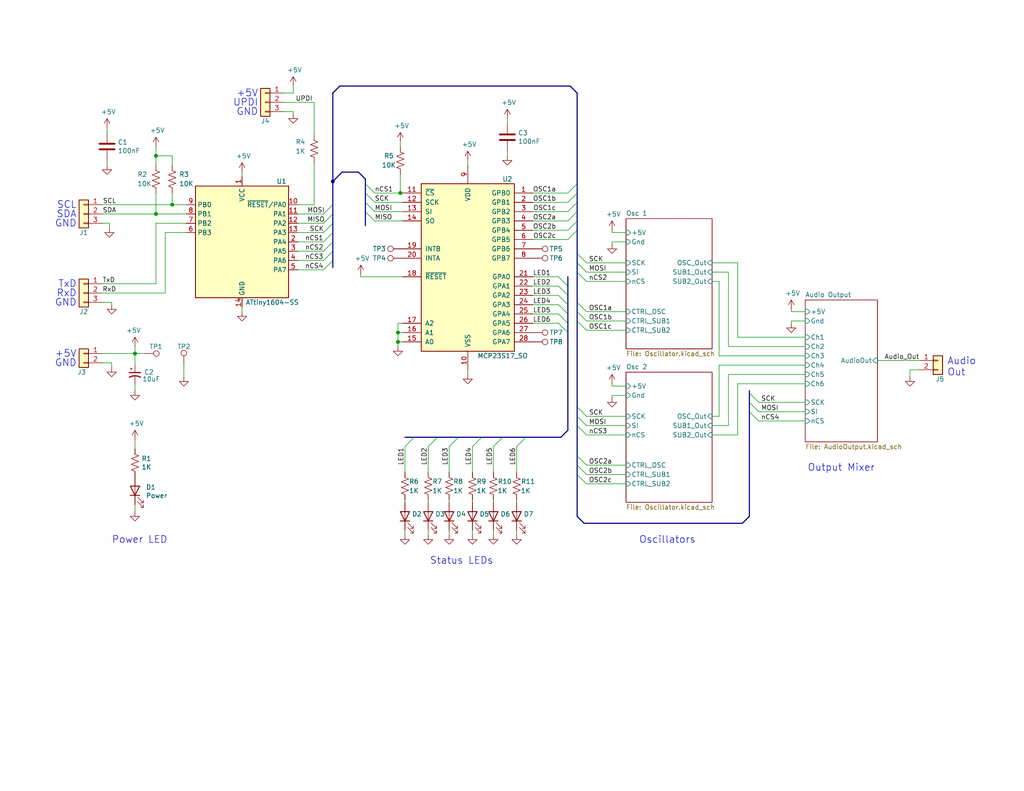
<source format=kicad_sch>
(kicad_sch (version 20231120) (generator "eeschema") (generator_version "8.0")
  (paper "USLetter")
  (title_block (title "555 Noise Box") (date "2024-05-29") (rev "1") (company "Gadget Reboot") (comment 1 "https://www.youtube.com/gadgetreboot") (comment 2 "https://github.com/GadgetReboot/555_Noise_Box"))
  (lib_symbols
    (symbol "Connector:TestPoint" (pin_numbers hide) (pin_names (offset 0.762) hide)
      (property "Reference" "TP" (at 0 6.858 0))
      (property "Value" "TestPoint" (at 0 5.08 0))
      (symbol "TestPoint_0_1"
        (circle (center 0 3.302) (radius 0.762))
      )
      (symbol "TestPoint_1_1"
        (pin passive line (at 0 0 90) (length 2.54) (name "1") (number "1"))
      )
    )
    (symbol "Connector_Generic:Conn_01x02" (pin_names (offset 1.016) hide)
      (property "Reference" "J" (at 0 2.54 0))
      (property "Value" "Conn_01x02" (at 0 -5.08 0))
      (symbol "Conn_01x02_1_1"
        (rectangle (start -1.27 -2.413) (end 0 -2.667) (stroke (width 0.1524)))
        (rectangle (start -1.27 0.127) (end 0 -0.127) (stroke (width 0.1524)))
        (rectangle (start -1.27 1.27) (end 1.27 -3.81) (stroke (width 0.254)) (fill (type background)))
        (pin passive line (at -5.08 0 0) (length 3.81) (name "Pin_1") (number "1"))
        (pin passive line (at -5.08 -2.54 0) (length 3.81) (name "Pin_2") (number "2"))
      )
    )
    (symbol "Connector_Generic:Conn_01x03" (pin_names (offset 1.016) hide)
      (property "Reference" "J" (at 0 5.08 0))
      (property "Value" "Conn_01x03" (at 0 -5.08 0))
      (symbol "Conn_01x03_1_1"
        (rectangle (start -1.27 -2.413) (end 0 -2.667) (stroke (width 0.1524)))
        (rectangle (start -1.27 0.127) (end 0 -0.127) (stroke (width 0.1524)))
        (rectangle (start -1.27 2.667) (end 0 2.413) (stroke (width 0.1524)))
        (rectangle (start -1.27 3.81) (end 1.27 -3.81) (stroke (width 0.254)) (fill (type background)))
        (pin passive line (at -5.08 2.54 0) (length 3.81) (name "Pin_1") (number "1"))
        (pin passive line (at -5.08 0 0) (length 3.81) (name "Pin_2") (number "2"))
        (pin passive line (at -5.08 -2.54 0) (length 3.81) (name "Pin_3") (number "3"))
      )
    )
    (symbol "Device:C" (pin_numbers hide) (pin_names (offset 0.254))
      (property "Reference" "C" (at 0.635 2.54 0))
      (property "Value" "C" (at 0.635 -2.54 0))
      (symbol "C_0_1"
        (polyline (pts (xy -2.032 -0.762) (xy 2.032 -0.762)) (stroke (width 0.508)))
        (polyline (pts (xy -2.032 0.762) (xy 2.032 0.762)) (stroke (width 0.508)))
      )
      (symbol "C_1_1"
        (pin passive line (at 0 3.81 270) (length 2.794) (name "~") (number "1"))
        (pin passive line (at 0 -3.81 90) (length 2.794) (name "~") (number "2"))
      )
    )
    (symbol "Device:LED" (pin_numbers hide) (pin_names (offset 1.016) hide)
      (property "Reference" "D" (at 0 2.54 0))
      (property "Value" "LED" (at 0 -2.54 0))
      (symbol "LED_0_1"
        (polyline (pts (xy -1.27 -1.27) (xy -1.27 1.27)) (stroke (width 0.254)))
        (polyline (pts (xy -1.27 0) (xy 1.27 0)))
        (polyline (pts (xy 1.27 -1.27) (xy 1.27 1.27) (xy -1.27 0) (xy 1.27 -1.27)) (stroke (width 0.254)))
        (polyline (pts (xy -3.048 -0.762) (xy -4.572 -2.286) (xy -3.81 -2.286) (xy -4.572 -2.286) (xy -4.572 -1.524)))
        (polyline (pts (xy -1.778 -0.762) (xy -3.302 -2.286) (xy -2.54 -2.286) (xy -3.302 -2.286) (xy -3.302 -1.524)))
      )
      (symbol "LED_1_1"
        (pin passive line (at -3.81 0 0) (length 2.54) (name "K") (number "1"))
        (pin passive line (at 3.81 0 180) (length 2.54) (name "A") (number "2"))
      )
    )
    (symbol "Device:R_US" (pin_numbers hide) (pin_names (offset 0))
      (property "Reference" "R" (at 2.54 0 90))
      (property "Value" "R_US" (at -2.54 0 90))
      (symbol "R_US_0_1"
        (polyline (pts (xy 0 -2.286) (xy 0 -2.54)))
        (polyline (pts (xy 0 2.286) (xy 0 2.54)))
        (polyline (pts (xy 0 -0.762) (xy 1.016 -1.143) (xy 0 -1.524) (xy -1.016 -1.905) (xy 0 -2.286)))
        (polyline (pts (xy 0 0.762) (xy 1.016 0.381) (xy 0 0) (xy -1.016 -0.381) (xy 0 -0.762)))
        (polyline (pts (xy 0 2.286) (xy 1.016 1.905) (xy 0 1.524) (xy -1.016 1.143) (xy 0 0.762)))
      )
      (symbol "R_US_1_1"
        (pin passive line (at 0 3.81 270) (length 1.27) (name "~") (number "1"))
        (pin passive line (at 0 -3.81 90) (length 1.27) (name "~") (number "2"))
      )
    )
    (symbol "GR_555_Noise_Box-rescue:+5V-power" (power) (pin_names (offset 0))
      (property "Value" "power_+5V" (at 0 3.556 0))
      (symbol "+5V-power_0_1"
        (polyline (pts (xy -0.762 1.27) (xy 0 2.54)))
        (polyline (pts (xy 0 0) (xy 0 2.54)))
        (polyline (pts (xy 0 2.54) (xy 0.762 1.27)))
      )
      (symbol "+5V-power_1_1"
        (pin power_in line (at 0 0 90) (length 0) hide (name "+5V") (number "1"))
      )
    )
    (symbol "GR_555_Noise_Box-rescue:ATtiny804-SS-MCU_Microchip_ATtiny"
      (property "Reference" "U" (at -12.7 16.51 0))
      (property "Value" "MCU_Microchip_ATtiny_ATtiny804-SS" (at 2.54 -16.51 0))
      (symbol "ATtiny804-SS-MCU_Microchip_ATtiny_0_1"
        (rectangle (start -12.7 -15.24) (end 12.7 15.24) (stroke (width 0.254)) (fill (type background)))
      )
      (symbol "ATtiny804-SS-MCU_Microchip_ATtiny_1_1"
        (pin power_in line (at 0 17.78 270) (length 2.54) (name "VCC") (number "1"))
        (pin tri_state line (at 15.24 10.16 180) (length 2.54) (name "~{RESET}/PA0") (number "10"))
        (pin tri_state line (at 15.24 7.62 180) (length 2.54) (name "PA1") (number "11"))
        (pin tri_state line (at 15.24 5.08 180) (length 2.54) (name "PA2") (number "12"))
        (pin tri_state line (at 15.24 2.54 180) (length 2.54) (name "PA3") (number "13"))
        (pin power_in line (at 0 -17.78 90) (length 2.54) (name "GND") (number "14"))
        (pin tri_state line (at 15.24 0 180) (length 2.54) (name "PA4") (number "2"))
        (pin tri_state line (at 15.24 -2.54 180) (length 2.54) (name "PA5") (number "3"))
        (pin tri_state line (at 15.24 -5.08 180) (length 2.54) (name "PA6") (number "4"))
        (pin tri_state line (at 15.24 -7.62 180) (length 2.54) (name "PA7") (number "5"))
        (pin tri_state line (at -15.24 2.54 0) (length 2.54) (name "PB3") (number "6"))
        (pin tri_state line (at -15.24 5.08 0) (length 2.54) (name "PB2") (number "7"))
        (pin tri_state line (at -15.24 7.62 0) (length 2.54) (name "PB1") (number "8"))
        (pin tri_state line (at -15.24 10.16 0) (length 2.54) (name "PB0") (number "9"))
      )
    )
    (symbol "GR_555_Noise_Box-rescue:CP1_Small-Device" (pin_numbers hide) (pin_names (offset 0.254) hide)
      (property "Reference" "C" (at 0.254 1.778 0))
      (property "Value" "Device_CP1_Small" (at 0.254 -2.032 0))
      (symbol "CP1_Small-Device_0_1"
        (polyline (pts (xy -1.524 0.508) (xy 1.524 0.508)) (stroke (width 0.3048)))
        (polyline (pts (xy -1.27 1.524) (xy -0.762 1.524)))
        (polyline (pts (xy -1.016 1.27) (xy -1.016 1.778)))
        (arc (start 1.524 -0.762) (mid 0 -0.3734) (end -1.524 -0.762) (stroke (width 0.3048)))
      )
      (symbol "CP1_Small-Device_1_1"
        (pin passive line (at 0 2.54 270) (length 2.032) (name "~") (number "1"))
        (pin passive line (at 0 -2.54 90) (length 2.032) (name "~") (number "2"))
      )
    )
    (symbol "GR_555_Noise_Box-rescue:GND-power" (power) (pin_names (offset 0))
      (property "Value" "power_GND" (at 0 -3.81 0))
      (symbol "GND-power_0_1"
        (polyline (pts (xy 0 0) (xy 0 -1.27) (xy 1.27 -1.27) (xy 0 -2.54) (xy -1.27 -1.27) (xy 0 -1.27)))
      )
      (symbol "GND-power_1_1"
        (pin power_in line (at 0 0 270) (length 0) hide (name "GND") (number "1"))
      )
    )
    (symbol "Interface_Expansion:MCP23S17_SO" (pin_names (offset 1.016))
      (property "Reference" "U" (at -11.43 24.13 0))
      (property "Value" "MCP23S17_SO" (at 0 0 0))
      (symbol "MCP23S17_SO_0_1"
        (rectangle (start -12.7 22.86) (end 12.7 -22.86) (stroke (width 0.254)) (fill (type background)))
      )
      (symbol "MCP23S17_SO_1_1"
        (pin bidirectional line (at 17.78 20.32 180) (length 5.08) (name "GPB0") (number "1"))
        (pin power_in line (at 0 -27.94 90) (length 5.08) (name "VSS") (number "10"))
        (pin input line (at -17.78 20.32 0) (length 5.08) (name "~{CS}") (number "11"))
        (pin input line (at -17.78 17.78 0) (length 5.08) (name "SCK") (number "12"))
        (pin input line (at -17.78 15.24 0) (length 5.08) (name "SI") (number "13"))
        (pin output line (at -17.78 12.7 0) (length 5.08) (name "SO") (number "14"))
        (pin input line (at -17.78 -20.32 0) (length 5.08) (name "A0") (number "15"))
        (pin input line (at -17.78 -17.78 0) (length 5.08) (name "A1") (number "16"))
        (pin input line (at -17.78 -15.24 0) (length 5.08) (name "A2") (number "17"))
        (pin input line (at -17.78 -2.54 0) (length 5.08) (name "~{RESET}") (number "18"))
        (pin tri_state line (at -17.78 5.08 0) (length 5.08) (name "INTB") (number "19"))
        (pin bidirectional line (at 17.78 17.78 180) (length 5.08) (name "GPB1") (number "2"))
        (pin tri_state line (at -17.78 2.54 0) (length 5.08) (name "INTA") (number "20"))
        (pin bidirectional line (at 17.78 -2.54 180) (length 5.08) (name "GPA0") (number "21"))
        (pin bidirectional line (at 17.78 -5.08 180) (length 5.08) (name "GPA1") (number "22"))
        (pin bidirectional line (at 17.78 -7.62 180) (length 5.08) (name "GPA2") (number "23"))
        (pin bidirectional line (at 17.78 -10.16 180) (length 5.08) (name "GPA3") (number "24"))
        (pin bidirectional line (at 17.78 -12.7 180) (length 5.08) (name "GPA4") (number "25"))
        (pin bidirectional line (at 17.78 -15.24 180) (length 5.08) (name "GPA5") (number "26"))
        (pin bidirectional line (at 17.78 -17.78 180) (length 5.08) (name "GPA6") (number "27"))
        (pin bidirectional line (at 17.78 -20.32 180) (length 5.08) (name "GPA7") (number "28"))
        (pin bidirectional line (at 17.78 15.24 180) (length 5.08) (name "GPB2") (number "3"))
        (pin bidirectional line (at 17.78 12.7 180) (length 5.08) (name "GPB3") (number "4"))
        (pin bidirectional line (at 17.78 10.16 180) (length 5.08) (name "GPB4") (number "5"))
        (pin bidirectional line (at 17.78 7.62 180) (length 5.08) (name "GPB5") (number "6"))
        (pin bidirectional line (at 17.78 5.08 180) (length 5.08) (name "GPB6") (number "7"))
        (pin bidirectional line (at 17.78 2.54 180) (length 5.08) (name "GPB7") (number "8"))
        (pin power_in line (at 0 27.94 270) (length 5.08) (name "VDD") (number "9"))
      )
    )
  )
  (junction (at 36.83 96.52))
  (junction (at 42.545 42.545))
  (junction (at 108.585 93.345))
  (junction (at 42.545 58.42))
  (junction (at 109.22 52.705))
  (junction (at 46.99 55.88))
  (junction (at 108.585 90.805))
  (junction (at 90.805 49.53))
  (bus_entry (at 157.48 113.665) (size 2.54 2.54))
  (bus_entry (at 88.265 60.96) (size 2.54 -2.54))
  (bus_entry (at 157.48 71.755) (size 2.54 2.54))
  (bus_entry (at 157.48 62.865) (size -2.54 2.54))
  (bus_entry (at 157.48 129.54) (size 2.54 2.54))
  (bus_entry (at 90.805 66.04) (size -2.54 2.54))
  (bus_entry (at 204.47 109.855) (size 2.54 2.54))
  (bus_entry (at 157.48 85.09) (size 2.54 2.54))
  (bus_entry (at 157.48 116.205) (size 2.54 2.54))
  (bus_entry (at 157.48 127) (size 2.54 2.54))
  (bus_entry (at 157.48 124.46) (size 2.54 2.54))
  (bus_entry (at 134.62 121.92) (size 2.54 -2.54))
  (bus_entry (at 99.695 57.785) (size 2.54 2.54))
  (bus_entry (at 157.48 57.785) (size -2.54 2.54))
  (bus_entry (at 154.94 85.725) (size -2.54 -2.54))
  (bus_entry (at 157.48 87.63) (size 2.54 2.54))
  (bus_entry (at 110.49 121.92) (size 2.54 -2.54))
  (bus_entry (at 154.94 83.185) (size -2.54 -2.54))
  (bus_entry (at 154.94 80.645) (size -2.54 -2.54))
  (bus_entry (at 204.47 107.315) (size 2.54 2.54))
  (bus_entry (at 88.265 63.5) (size 2.54 -2.54))
  (bus_entry (at 90.805 71.12) (size -2.54 2.54))
  (bus_entry (at 99.695 55.245) (size 2.54 2.54))
  (bus_entry (at 128.905 121.92) (size 2.54 -2.54))
  (bus_entry (at 99.695 50.165) (size 2.54 2.54))
  (bus_entry (at 157.48 82.55) (size 2.54 2.54))
  (bus_entry (at 157.48 69.215) (size 2.54 2.54))
  (bus_entry (at 157.48 52.705) (size -2.54 2.54))
  (bus_entry (at 90.805 68.58) (size -2.54 2.54))
  (bus_entry (at 157.48 111.125) (size 2.54 2.54))
  (bus_entry (at 157.48 55.245) (size -2.54 2.54))
  (bus_entry (at 122.555 121.92) (size 2.54 -2.54))
  (bus_entry (at 140.97 121.92) (size 2.54 -2.54))
  (bus_entry (at 116.84 121.92) (size 2.54 -2.54))
  (bus_entry (at 204.47 112.395) (size 2.54 2.54))
  (bus_entry (at 157.48 74.295) (size 2.54 2.54))
  (bus_entry (at 154.94 88.265) (size -2.54 -2.54))
  (bus_entry (at 88.265 58.42) (size 2.54 -2.54))
  (bus_entry (at 154.94 90.805) (size -2.54 -2.54))
  (bus_entry (at 157.48 50.165) (size -2.54 2.54))
  (bus_entry (at 154.94 78.105) (size -2.54 -2.54))
  (bus_entry (at 90.805 63.5) (size -2.54 2.54))
  (bus_entry (at 157.48 60.325) (size -2.54 2.54))
  (bus_entry (at 99.695 52.705) (size 2.54 2.54))
  (wire (pts (xy 145.415 85.725) (xy 152.4 85.725)))
  (bus (pts (xy 157.48 60.325) (xy 157.48 62.865)))
  (wire (pts (xy 160.02 90.17) (xy 170.815 90.17)))
  (bus (pts (xy 125.095 119.38) (xy 131.445 119.38)))
  (wire (pts (xy 27.94 55.88) (xy 46.99 55.88)))
  (bus (pts (xy 92.71 23.495) (xy 155.575 23.495)))
  (wire (pts (xy 167.005 66.04) (xy 167.005 66.675)))
  (wire (pts (xy 219.71 97.155) (xy 196.215 97.155)))
  (wire (pts (xy 109.22 38.735) (xy 109.22 40.005)))
  (bus (pts (xy 157.48 129.54) (xy 157.48 140.97)))
  (bus (pts (xy 90.805 49.53) (xy 93.345 46.99)))
  (wire (pts (xy 50.165 102.87) (xy 50.165 99.695)))
  (wire (pts (xy 108.585 90.805) (xy 108.585 93.345)))
  (bus (pts (xy 204.47 109.855) (xy 204.47 112.395)))
  (wire (pts (xy 160.02 76.835) (xy 170.815 76.835)))
  (bus (pts (xy 113.03 119.38) (xy 119.38 119.38)))
  (wire (pts (xy 145.415 55.245) (xy 154.94 55.245)))
  (bus (pts (xy 159.385 142.875) (xy 157.48 140.97)))
  (bus (pts (xy 90.805 58.42) (xy 90.805 60.96)))
  (wire (pts (xy 46.99 42.545) (xy 46.99 45.085)))
  (bus (pts (xy 157.48 52.705) (xy 157.48 55.245)))
  (wire (pts (xy 201.295 118.745) (xy 201.295 104.775)))
  (wire (pts (xy 116.84 121.92) (xy 116.84 128.905)))
  (wire (pts (xy 45.085 80.01) (xy 45.085 63.5)))
  (wire (pts (xy 196.215 76.835) (xy 194.31 76.835)))
  (bus (pts (xy 157.48 124.46) (xy 157.48 127)))
  (bus (pts (xy 154.94 83.185) (xy 154.94 85.725)))
  (wire (pts (xy 36.83 99.695) (xy 36.83 96.52)))
  (wire (pts (xy 239.395 98.425) (xy 250.825 98.425)))
  (bus (pts (xy 119.38 119.38) (xy 125.095 119.38)))
  (wire (pts (xy 108.585 93.345) (xy 108.585 94.615)))
  (wire (pts (xy 81.28 58.42) (xy 88.265 58.42)))
  (wire (pts (xy 160.02 113.665) (xy 170.815 113.665)))
  (bus (pts (xy 157.48 82.55) (xy 157.48 85.09)))
  (wire (pts (xy 122.555 136.525) (xy 122.555 137.16)))
  (wire (pts (xy 196.215 97.155) (xy 196.215 76.835)))
  (bus (pts (xy 99.695 48.895) (xy 99.695 50.165)))
  (bus (pts (xy 110.49 119.38) (xy 113.03 119.38)))
  (bus (pts (xy 204.47 106.68) (xy 204.47 107.315)))
  (wire (pts (xy 66.04 85.09) (xy 66.04 83.82)))
  (wire (pts (xy 167.005 107.95) (xy 167.005 108.585)))
  (wire (pts (xy 194.31 71.755) (xy 201.295 71.755)))
  (wire (pts (xy 128.905 136.525) (xy 128.905 137.16)))
  (bus (pts (xy 90.805 49.53) (xy 90.805 55.88)))
  (wire (pts (xy 145.415 78.105) (xy 152.4 78.105)))
  (wire (pts (xy 170.815 66.04) (xy 167.005 66.04)))
  (wire (pts (xy 160.02 87.63) (xy 170.815 87.63)))
  (wire (pts (xy 167.005 63.5) (xy 167.005 62.865)))
  (bus (pts (xy 154.94 88.265) (xy 154.94 90.805)))
  (bus (pts (xy 157.48 57.785) (xy 157.48 60.325)))
  (wire (pts (xy 80.01 23.495) (xy 80.01 25.4)))
  (wire (pts (xy 46.99 42.545) (xy 42.545 42.545)))
  (bus (pts (xy 204.47 140.97) (xy 202.565 142.875)))
  (wire (pts (xy 160.02 127) (xy 170.815 127)))
  (wire (pts (xy 81.28 60.96) (xy 88.265 60.96)))
  (wire (pts (xy 170.815 105.41) (xy 167.005 105.41)))
  (wire (pts (xy 160.02 129.54) (xy 170.815 129.54)))
  (wire (pts (xy 27.94 60.96) (xy 29.845 60.96)))
  (bus (pts (xy 90.805 25.4) (xy 92.71 23.495)))
  (wire (pts (xy 145.415 60.325) (xy 154.94 60.325)))
  (wire (pts (xy 109.855 88.265) (xy 108.585 88.265)))
  (wire (pts (xy 110.49 146.05) (xy 110.49 144.78)))
  (wire (pts (xy 36.83 122.555) (xy 36.83 120.015)))
  (bus (pts (xy 99.695 52.705) (xy 99.695 55.245)))
  (wire (pts (xy 219.71 85.09) (xy 215.9 85.09)))
  (wire (pts (xy 127.635 102.235) (xy 127.635 100.965)))
  (bus (pts (xy 154.94 78.105) (xy 154.94 80.645)))
  (wire (pts (xy 134.62 136.525) (xy 134.62 137.16)))
  (wire (pts (xy 116.84 136.525) (xy 116.84 137.16)))
  (wire (pts (xy 160.02 118.745) (xy 170.815 118.745)))
  (bus (pts (xy 90.805 71.12) (xy 90.805 73.025)))
  (wire (pts (xy 160.02 74.295) (xy 170.815 74.295)))
  (wire (pts (xy 102.235 52.705) (xy 109.22 52.705)))
  (bus (pts (xy 157.48 127) (xy 157.48 129.54)))
  (wire (pts (xy 198.755 116.205) (xy 194.31 116.205)))
  (wire (pts (xy 50.8 58.42) (xy 42.545 58.42)))
  (wire (pts (xy 102.235 60.325) (xy 109.855 60.325)))
  (wire (pts (xy 102.235 57.785) (xy 109.855 57.785)))
  (bus (pts (xy 90.805 66.04) (xy 90.805 68.58)))
  (bus (pts (xy 90.805 63.5) (xy 90.805 66.04)))
  (wire (pts (xy 81.28 63.5) (xy 88.265 63.5)))
  (wire (pts (xy 128.905 146.05) (xy 128.905 144.78)))
  (wire (pts (xy 50.8 55.88) (xy 46.99 55.88)))
  (wire (pts (xy 81.28 71.12) (xy 88.265 71.12)))
  (bus (pts (xy 204.47 112.395) (xy 204.47 140.97)))
  (bus (pts (xy 93.345 46.99) (xy 97.79 46.99)))
  (wire (pts (xy 196.215 99.695) (xy 219.71 99.695)))
  (wire (pts (xy 29.845 60.96) (xy 29.845 62.23)))
  (wire (pts (xy 194.31 74.295) (xy 198.755 74.295)))
  (wire (pts (xy 109.22 52.705) (xy 109.855 52.705)))
  (wire (pts (xy 80.01 30.48) (xy 80.01 31.115)))
  (wire (pts (xy 145.415 62.865) (xy 154.94 62.865)))
  (bus (pts (xy 90.805 55.88) (xy 90.805 58.42)))
  (bus (pts (xy 154.94 90.805) (xy 154.94 117.475)))
  (wire (pts (xy 207.01 114.935) (xy 219.71 114.935)))
  (wire (pts (xy 27.94 58.42) (xy 42.545 58.42)))
  (wire (pts (xy 66.04 46.99) (xy 66.04 48.26)))
  (wire (pts (xy 219.71 87.63) (xy 215.9 87.63)))
  (bus (pts (xy 153.035 119.38) (xy 154.94 117.475)))
  (wire (pts (xy 42.545 60.96) (xy 42.545 77.47)))
  (wire (pts (xy 110.49 121.92) (xy 110.49 128.905)))
  (wire (pts (xy 77.47 27.94) (xy 85.725 27.94)))
  (wire (pts (xy 46.99 55.88) (xy 46.99 52.705)))
  (wire (pts (xy 140.97 146.05) (xy 140.97 144.78)))
  (wire (pts (xy 80.01 25.4) (xy 77.47 25.4)))
  (wire (pts (xy 85.725 44.45) (xy 85.725 55.88)))
  (bus (pts (xy 157.48 69.215) (xy 157.48 71.755)))
  (wire (pts (xy 116.84 146.05) (xy 116.84 144.78)))
  (bus (pts (xy 157.48 87.63) (xy 157.48 111.125)))
  (wire (pts (xy 194.31 118.745) (xy 201.295 118.745)))
  (bus (pts (xy 157.48 25.4) (xy 157.48 50.165)))
  (wire (pts (xy 170.815 107.95) (xy 167.005 107.95)))
  (wire (pts (xy 36.83 96.52) (xy 36.83 94.615)))
  (wire (pts (xy 201.295 104.775) (xy 219.71 104.775)))
  (wire (pts (xy 109.855 90.805) (xy 108.585 90.805)))
  (wire (pts (xy 134.62 146.05) (xy 134.62 144.78)))
  (wire (pts (xy 36.83 106.68) (xy 36.83 104.775)))
  (wire (pts (xy 198.755 94.615) (xy 219.71 94.615)))
  (bus (pts (xy 157.48 116.205) (xy 157.48 124.46)))
  (bus (pts (xy 143.51 119.38) (xy 153.035 119.38)))
  (bus (pts (xy 154.94 80.645) (xy 154.94 83.185)))
  (wire (pts (xy 140.97 121.92) (xy 140.97 128.905)))
  (wire (pts (xy 109.22 47.625) (xy 109.22 52.705)))
  (wire (pts (xy 85.725 55.88) (xy 81.28 55.88)))
  (wire (pts (xy 122.555 146.05) (xy 122.555 144.78)))
  (bus (pts (xy 90.805 60.96) (xy 90.805 63.5)))
  (wire (pts (xy 138.43 33.655) (xy 138.43 32.385)))
  (bus (pts (xy 99.695 57.785) (xy 99.695 61.595)))
  (wire (pts (xy 102.235 55.245) (xy 109.855 55.245)))
  (wire (pts (xy 198.755 74.295) (xy 198.755 94.615)))
  (wire (pts (xy 250.825 100.965) (xy 248.285 100.965)))
  (wire (pts (xy 109.855 75.565) (xy 98.425 75.565)))
  (bus (pts (xy 157.48 71.755) (xy 157.48 74.295)))
  (bus (pts (xy 99.695 50.165) (xy 99.695 52.705)))
  (wire (pts (xy 81.28 73.66) (xy 88.265 73.66)))
  (wire (pts (xy 138.43 41.275) (xy 138.43 42.545)))
  (wire (pts (xy 196.215 113.665) (xy 196.215 99.695)))
  (wire (pts (xy 109.855 93.345) (xy 108.585 93.345)))
  (wire (pts (xy 194.31 113.665) (xy 196.215 113.665)))
  (bus (pts (xy 157.48 62.865) (xy 157.48 69.215)))
  (wire (pts (xy 201.295 71.755) (xy 201.295 92.075)))
  (wire (pts (xy 145.415 88.265) (xy 152.4 88.265)))
  (bus (pts (xy 90.805 25.4) (xy 90.805 49.53)))
  (wire (pts (xy 207.01 109.855) (xy 219.71 109.855)))
  (wire (pts (xy 81.28 68.58) (xy 88.265 68.58)))
  (wire (pts (xy 140.97 136.525) (xy 140.97 137.16)))
  (wire (pts (xy 29.21 36.195) (xy 29.21 34.925)))
  (wire (pts (xy 170.815 63.5) (xy 167.005 63.5)))
  (bus (pts (xy 154.94 85.725) (xy 154.94 88.265)))
  (bus (pts (xy 202.565 142.875) (xy 159.385 142.875)))
  (bus (pts (xy 154.94 75.565) (xy 154.94 78.105)))
  (wire (pts (xy 27.94 80.01) (xy 45.085 80.01)))
  (wire (pts (xy 128.905 121.92) (xy 128.905 128.905)))
  (wire (pts (xy 198.755 102.235) (xy 198.755 116.205)))
  (bus (pts (xy 157.48 85.09) (xy 157.48 87.63)))
  (wire (pts (xy 30.48 99.06) (xy 30.48 100.33)))
  (wire (pts (xy 42.545 58.42) (xy 42.545 52.705)))
  (wire (pts (xy 30.48 82.55) (xy 30.48 83.185)))
  (wire (pts (xy 145.415 57.785) (xy 154.94 57.785)))
  (wire (pts (xy 248.285 100.965) (xy 248.285 102.87)))
  (wire (pts (xy 145.415 52.705) (xy 154.94 52.705)))
  (wire (pts (xy 160.02 132.08) (xy 170.815 132.08)))
  (bus (pts (xy 204.47 107.315) (xy 204.47 109.855)))
  (bus (pts (xy 157.48 55.245) (xy 157.48 57.785)))
  (bus (pts (xy 157.48 50.165) (xy 157.48 52.705)))
  (wire (pts (xy 219.71 102.235) (xy 198.755 102.235)))
  (wire (pts (xy 160.02 71.755) (xy 170.815 71.755)))
  (wire (pts (xy 145.415 75.565) (xy 152.4 75.565)))
  (wire (pts (xy 145.415 83.185) (xy 152.4 83.185)))
  (wire (pts (xy 207.01 112.395) (xy 219.71 112.395)))
  (wire (pts (xy 98.425 75.565) (xy 98.425 74.93)))
  (wire (pts (xy 160.02 85.09) (xy 170.815 85.09)))
  (wire (pts (xy 81.28 66.04) (xy 88.265 66.04)))
  (wire (pts (xy 127.635 43.815) (xy 127.635 45.085)))
  (wire (pts (xy 110.49 136.525) (xy 110.49 137.16)))
  (bus (pts (xy 157.48 113.665) (xy 157.48 116.205)))
  (bus (pts (xy 157.48 25.4) (xy 155.575 23.495)))
  (bus (pts (xy 157.48 111.125) (xy 157.48 113.665)))
  (wire (pts (xy 85.725 27.94) (xy 85.725 36.83)))
  (wire (pts (xy 36.83 139.7) (xy 36.83 137.795)))
  (wire (pts (xy 122.555 121.92) (xy 122.555 128.905)))
  (bus (pts (xy 137.16 119.38) (xy 143.51 119.38)))
  (wire (pts (xy 45.085 63.5) (xy 50.8 63.5)))
  (wire (pts (xy 77.47 30.48) (xy 80.01 30.48)))
  (wire (pts (xy 27.94 82.55) (xy 30.48 82.55)))
  (wire (pts (xy 215.9 85.09) (xy 215.9 84.455)))
  (wire (pts (xy 134.62 121.92) (xy 134.62 128.905)))
  (wire (pts (xy 27.94 96.52) (xy 36.83 96.52)))
  (wire (pts (xy 201.295 92.075) (xy 219.71 92.075)))
  (bus (pts (xy 157.48 74.295) (xy 157.48 82.55)))
  (wire (pts (xy 108.585 88.265) (xy 108.585 90.805)))
  (bus (pts (xy 97.79 46.99) (xy 99.695 48.895)))
  (wire (pts (xy 39.37 96.52) (xy 36.83 96.52)))
  (wire (pts (xy 27.94 77.47) (xy 42.545 77.47)))
  (wire (pts (xy 167.005 105.41) (xy 167.005 104.775)))
  (wire (pts (xy 145.415 80.645) (xy 152.4 80.645)))
  (bus (pts (xy 90.805 68.58) (xy 90.805 71.12)))
  (bus (pts (xy 99.695 55.245) (xy 99.695 57.785)))
  (wire (pts (xy 42.545 42.545) (xy 42.545 45.085)))
  (wire (pts (xy 160.02 116.205) (xy 170.815 116.205)))
  (wire (pts (xy 50.8 60.96) (xy 42.545 60.96)))
  (bus (pts (xy 131.445 119.38) (xy 137.16 119.38)))
  (wire (pts (xy 29.21 43.815) (xy 29.21 45.085)))
  (wire (pts (xy 215.9 87.63) (xy 215.9 88.265)))
  (wire (pts (xy 42.545 40.005) (xy 42.545 42.545)))
  (wire (pts (xy 27.94 99.06) (xy 30.48 99.06)))
  (wire (pts (xy 145.415 65.405) (xy 154.94 65.405)))
  (text "UPDI" (at 70.485 29.21 0) (effects (font (size 1.905 1.905)) (justify right bottom)))
  (text "GND" (at 70.485 31.75 0) (effects (font (size 1.905 1.905)) (justify right bottom)))
  (text "RxD" (at 20.955 81.28 0) (effects (font (size 1.905 1.905)) (justify right bottom)))
  (text "Output Mixer" (at 238.76 128.905 0) (effects (font (size 1.905 1.905)) (justify right bottom)))
  (text "+5V" (at 70.485 26.67 0) (effects (font (size 1.905 1.905)) (justify right bottom)))
  (text "SDA" (at 20.955 59.69 0) (effects (font (size 1.905 1.905)) (justify right bottom)))
  (text "Oscillators" (at 189.865 148.59 0) (effects (font (size 1.905 1.905)) (justify right bottom)))
  (text "Power LED" (at 30.48 148.59 0) (effects (font (size 1.905 1.905)) (justify left bottom)))
  (text "+5V" (at 20.955 97.79 0) (effects (font (size 1.905 1.905)) (justify right bottom)))
  (text "Status LEDs" (at 134.62 154.305 0) (effects (font (size 1.905 1.905)) (justify right bottom)))
  (text "TxD" (at 20.955 78.74 0) (effects (font (size 1.905 1.905)) (justify right bottom)))
  (text "Audio\nOut" (at 258.445 102.87 0) (effects (font (size 1.905 1.905)) (justify left bottom)))
  (text "SCL" (at 20.955 57.15 0) (effects (font (size 1.905 1.905)) (justify right bottom)))
  (text "GND" (at 20.955 83.82 0) (effects (font (size 1.905 1.905)) (justify right bottom)))
  (text "GND" (at 20.955 62.23 0) (effects (font (size 1.905 1.905)) (justify right bottom)))
  (text "GND" (at 20.955 100.33 0) (effects (font (size 1.905 1.905)) (justify right bottom)))
  (label "OSC2b" (at 151.765 62.865 180))
  (label "OSC1a" (at 160.655 85.09 0))
  (label "RxD" (at 27.94 80.01 0))
  (label "LED4" (at 145.415 83.185 0))
  (label "LED2" (at 145.415 78.105 0))
  (label "OSC1c" (at 160.655 90.17 0))
  (label "LED5" (at 134.62 127 90))
  (label "LED4" (at 128.905 127 90))
  (label "OSC1a" (at 151.765 52.705 180))
  (label "SCK" (at 84.455 63.5 0))
  (label "nCS2" (at 88.265 68.58 180))
  (label "OSC2b" (at 160.655 129.54 0))
  (label "OSC1b" (at 151.765 55.245 180))
  (label "nCS3" (at 160.655 118.745 0))
  (label "SCK" (at 160.655 113.665 0))
  (label "UPDI" (at 80.645 27.94 0))
  (label "OSC2a" (at 151.765 60.325 180))
  (label "SDA" (at 31.75 58.42 180))
  (label "OSC2a" (at 160.655 127 0))
  (label "LED3" (at 122.555 127 90))
  (label "nCS1" (at 88.265 66.04 180))
  (label "MOSI" (at 102.235 57.785 0))
  (label "SCK" (at 160.655 71.755 0))
  (label "nCS1" (at 102.235 52.705 0))
  (label "MOSI" (at 83.82 58.42 0))
  (label "LED6" (at 140.97 127 90))
  (label "SCL" (at 31.75 55.88 180))
  (label "Audio_Out" (at 241.3 98.425 0))
  (label "nCS3" (at 88.265 71.12 180))
  (label "LED5" (at 145.415 85.725 0))
  (label "LED3" (at 145.415 80.645 0))
  (label "OSC2c" (at 160.655 132.08 0))
  (label "MOSI" (at 160.655 74.295 0))
  (label "TxD" (at 27.94 77.47 0))
  (label "OSC1c" (at 151.765 57.785 180))
  (label "LED6" (at 145.415 88.265 0))
  (label "LED1" (at 110.49 127 90))
  (label "LED1" (at 145.415 75.565 0))
  (label "MOSI" (at 207.645 112.395 0))
  (label "nCS4" (at 88.265 73.66 180))
  (label "nCS2" (at 160.655 76.835 0))
  (label "SCK" (at 207.645 109.855 0))
  (label "MOSI" (at 160.655 116.205 0))
  (label "OSC2c" (at 151.765 65.405 180))
  (label "nCS4" (at 207.645 114.935 0))
  (label "SCK" (at 102.235 55.245 0))
  (label "MISO" (at 83.82 60.96 0))
  (label "LED2" (at 116.84 127 90))
  (label "MISO" (at 102.235 60.325 0))
  (label "OSC1b" (at 160.655 87.63 0))
  (symbol (lib_id "Device:R_US") (at 36.83 126.365 0) (unit 1)
    (property "Reference" "R1" (at 38.608 125.1966 0) (effects (justify left)))
    (property "Value" "1K" (at 38.608 127.508 0) (effects (justify left)))
    (property "Footprint" "Resistor_SMD:R_0805_2012Metric_Pad1.15x1.40mm_HandSolder" (effects (hide yes)))
  )
  (symbol (lib_id "Device:LED") (at 36.83 133.985 90) (unit 1)
    (property "Reference" "D1" (at 39.8272 133.0198 90) (effects (justify right)))
    (property "Value" "Power" (at 39.8272 135.3312 90) (effects (justify right)))
    (property "Footprint" "LED_SMD:LED_0805_2012Metric_Pad1.15x1.40mm_HandSolder" (effects (hide yes)))
  )
  (symbol (lib_id "GR_555_Noise_Box-rescue:GND-power") (at 36.83 139.7 0) (unit 1)
    (property "Reference" "#PWR09" (effects (hide yes)))
    (property "Value" "GND" (effects (hide yes)))
  )
  (symbol (lib_id "GR_555_Noise_Box-rescue:+5V-power") (at 36.83 120.015 0) (unit 1)
    (property "Reference" "#PWR08" (effects (hide yes)))
    (property "Value" "+5V" (at 37.211 115.6208 0))
  )
  (symbol (lib_id "GR_555_Noise_Box-rescue:CP1_Small-Device") (at 36.83 102.235 0) (unit 1)
    (property "Reference" "C2" (at 40.64 101.6 0))
    (property "Value" "10uF" (at 41.275 103.505 0))
    (property "Footprint" "Capacitor_SMD:C_Elec_4x5.8" (effects (hide yes)))
  )
  (symbol (lib_id "GR_555_Noise_Box-rescue:GND-power") (at 36.83 106.68 0) (unit 1)
    (property "Reference" "#PWR07" (effects (hide yes)))
    (property "Value" "GND" (effects (hide yes)))
  )
  (symbol (lib_id "Device:R_US") (at 42.545 48.895 0) (unit 1)
    (property "Reference" "R2" (at 37.465 47.625 0) (effects (justify left)))
    (property "Value" "10K" (at 37.465 50.165 0) (effects (justify left)))
    (property "Footprint" "Resistor_SMD:R_0805_2012Metric_Pad1.15x1.40mm_HandSolder" (effects (hide yes)))
  )
  (symbol (lib_id "Device:R_US") (at 46.99 48.895 0) (unit 1)
    (property "Reference" "R3" (at 48.895 47.625 0) (effects (justify left)))
    (property "Value" "10K" (at 48.895 50.165 0) (effects (justify left)))
    (property "Footprint" "Resistor_SMD:R_0805_2012Metric_Pad1.15x1.40mm_HandSolder" (effects (hide yes)))
  )
  (symbol (lib_id "GR_555_Noise_Box-rescue:+5V-power") (at 42.545 40.005 0) (unit 1)
    (property "Reference" "#PWR010" (effects (hide yes)))
    (property "Value" "+5V" (at 42.926 35.6108 0))
  )
  (symbol (lib_id "Device:R_US") (at 110.49 132.715 180) (unit 1)
    (property "Reference" "R6" (at 114.3 131.445 0) (effects (justify left)))
    (property "Value" "1K" (at 114.3 133.985 0) (effects (justify left)))
    (property "Footprint" "Resistor_SMD:R_0805_2012Metric_Pad1.15x1.40mm_HandSolder" (effects (hide yes)))
  )
  (symbol (lib_id "Device:LED") (at 110.49 140.97 90) (unit 1)
    (property "Reference" "D2" (at 112.395 140.335 90) (effects (justify right)))
    (property "Value" "LED" (effects (hide yes)))
    (property "Footprint" "LED_SMD:LED_0805_2012Metric_Pad1.15x1.40mm_HandSolder" (effects (hide yes)))
  )
  (symbol (lib_id "Device:C") (at 138.43 37.465 0) (unit 1)
    (property "Reference" "C3" (at 141.351 36.2966 0) (effects (justify left)))
    (property "Value" "100nF" (at 141.351 38.608 0) (effects (justify left)))
    (property "Footprint" "Capacitor_SMD:C_0805_2012Metric_Pad1.15x1.40mm_HandSolder" (effects (hide yes)))
  )
  (symbol (lib_id "GR_555_Noise_Box-rescue:GND-power") (at 138.43 42.545 0) (unit 1)
    (property "Reference" "#PWR027" (effects (hide yes)))
    (property "Value" "GND" (effects (hide yes)))
  )
  (symbol (lib_id "Device:C") (at 29.21 40.005 0) (unit 1)
    (property "Reference" "C1" (at 32.131 38.8366 0) (effects (justify left)))
    (property "Value" "100nF" (at 32.131 41.148 0) (effects (justify left)))
    (property "Footprint" "Capacitor_SMD:C_0805_2012Metric_Pad1.15x1.40mm_HandSolder" (effects (hide yes)))
  )
  (symbol (lib_id "GR_555_Noise_Box-rescue:GND-power") (at 29.21 45.085 0) (unit 1)
    (property "Reference" "#PWR02" (effects (hide yes)))
    (property "Value" "GND" (effects (hide yes)))
  )
  (symbol (lib_id "GR_555_Noise_Box-rescue:+5V-power") (at 29.21 34.925 0) (unit 1)
    (property "Reference" "#PWR01" (effects (hide yes)))
    (property "Value" "+5V" (at 29.591 30.5308 0))
  )
  (symbol (lib_id "GR_555_Noise_Box-rescue:+5V-power") (at 138.43 32.385 0) (unit 1)
    (property "Reference" "#PWR026" (effects (hide yes)))
    (property "Value" "+5V" (at 138.811 27.9908 0))
  )
  (symbol (lib_id "Interface_Expansion:MCP23S17_SO") (at 127.635 73.025 0) (unit 1)
    (property "Reference" "U2" (at 138.43 48.895 0))
    (property "Value" "MCP23S17_SO" (at 137.16 97.155 0))
    (property "Footprint" "Package_SO:SOIC-28W_7.5x17.9mm_P1.27mm" (effects (hide yes)))
    (property "Datasheet" "http://ww1.microchip.com/downloads/en/DeviceDoc/20001952C.pdf" (effects (hide yes)))
  )
  (symbol (lib_id "GR_555_Noise_Box-rescue:ATtiny804-SS-MCU_Microchip_ATtiny") (at 66.04 66.04 0) (unit 1)
    (property "Reference" "U1" (at 76.835 49.53 0))
    (property "Value" "ATtiny1604-SS" (at 74.295 82.55 0))
    (property "Footprint" "Package_SO:SOIC-14_3.9x8.7mm_P1.27mm" (effects (hide yes)))
    (property "Datasheet" "http://ww1.microchip.com/downloads/en/DeviceDoc/ATtiny804_1604-Data-Sheet-40002028A.pdf" (effects (hide yes)))
  )
  (symbol (lib_id "GR_555_Noise_Box-rescue:GND-power") (at 248.285 102.87 0) (unit 1)
    (property "Reference" "#PWR035" (effects (hide yes)))
    (property "Value" "GND" (effects (hide yes)))
  )
  (symbol (lib_id "Connector_Generic:Conn_01x02") (at 255.905 98.425 0) (unit 1)
    (property "Reference" "J5" (at 255.27 103.505 0) (effects (justify left)))
    (property "Value" "1x2" (effects (hide yes)))
    (property "Footprint" "footprints:PinHeader_1x02_P2.54mm_Vertical_H1.0mm" (effects (hide yes)))
  )
  (symbol (lib_id "GR_555_Noise_Box-rescue:+5V-power") (at 66.04 46.99 0) (unit 1)
    (property "Reference" "#PWR012" (effects (hide yes)))
    (property "Value" "+5V" (at 66.421 42.5958 0))
  )
  (symbol (lib_id "GR_555_Noise_Box-rescue:GND-power") (at 66.04 85.09 0) (unit 1)
    (property "Reference" "#PWR013" (effects (hide yes)))
    (property "Value" "GND" (effects (hide yes)))
  )
  (symbol (lib_id "GR_555_Noise_Box-rescue:GND-power") (at 127.635 102.235 0) (unit 1)
    (property "Reference" "#PWR023" (effects (hide yes)))
    (property "Value" "GND" (effects (hide yes)))
  )
  (symbol (lib_id "GR_555_Noise_Box-rescue:+5V-power") (at 127.635 43.815 0) (unit 1)
    (property "Reference" "#PWR022" (effects (hide yes)))
    (property "Value" "+5V" (at 128.016 39.4208 0))
  )
  (symbol (lib_id "GR_555_Noise_Box-rescue:+5V-power") (at 167.005 62.865 0) (unit 1)
    (property "Reference" "#PWR029" (effects (hide yes)))
    (property "Value" "+5V" (at 167.386 58.4708 0))
  )
  (symbol (lib_id "GR_555_Noise_Box-rescue:GND-power") (at 167.005 66.675 0) (unit 1)
    (property "Reference" "#PWR030" (effects (hide yes)))
    (property "Value" "GND" (effects (hide yes)))
  )
  (symbol (lib_id "GR_555_Noise_Box-rescue:+5V-power") (at 167.005 104.775 0) (unit 1)
    (property "Reference" "#PWR031" (effects (hide yes)))
    (property "Value" "+5V" (at 167.386 100.3808 0))
  )
  (symbol (lib_id "GR_555_Noise_Box-rescue:GND-power") (at 167.005 108.585 0) (unit 1)
    (property "Reference" "#PWR032" (effects (hide yes)))
    (property "Value" "GND" (effects (hide yes)))
  )
  (symbol (lib_id "GR_555_Noise_Box-rescue:+5V-power") (at 215.9 84.455 0) (unit 1)
    (property "Reference" "#PWR033" (effects (hide yes)))
    (property "Value" "+5V" (at 216.281 80.0608 0))
  )
  (symbol (lib_id "GR_555_Noise_Box-rescue:GND-power") (at 215.9 88.265 0) (unit 1)
    (property "Reference" "#PWR034" (effects (hide yes)))
    (property "Value" "GND" (effects (hide yes)))
  )
  (symbol (lib_id "Connector_Generic:Conn_01x03") (at 72.39 27.94 0) (mirror y) (unit 1)
    (property "Reference" "J4" (at 72.39 33.02 0))
    (property "Value" "Conn_01x03" (effects (hide yes)))
    (property "Footprint" "footprints:PinHeader_1x03_P2.54mm_Vertical_H1.0mm" (effects (hide yes)))
  )
  (symbol (lib_id "GR_555_Noise_Box-rescue:+5V-power") (at 80.01 23.495 0) (unit 1)
    (property "Reference" "#PWR014" (effects (hide yes)))
    (property "Value" "+5V" (at 80.391 19.1008 0))
  )
  (symbol (lib_id "GR_555_Noise_Box-rescue:GND-power") (at 80.01 31.115 0) (unit 1)
    (property "Reference" "#PWR015" (effects (hide yes)))
    (property "Value" "GND" (effects (hide yes)))
  )
  (symbol (lib_id "Device:R_US") (at 85.725 40.64 0) (unit 1)
    (property "Reference" "R4" (at 80.645 38.735 0) (effects (justify left)))
    (property "Value" "1K" (at 80.645 41.275 0) (effects (justify left)))
    (property "Footprint" "Resistor_SMD:R_0805_2012Metric_Pad1.15x1.40mm_HandSolder" (effects (hide yes)))
  )
  (symbol (lib_id "Device:R_US") (at 109.22 43.815 0) (unit 1)
    (property "Reference" "R5" (at 104.775 42.545 0) (effects (justify left)))
    (property "Value" "10K" (at 104.14 45.085 0) (effects (justify left)))
    (property "Footprint" "Resistor_SMD:R_0805_2012Metric_Pad1.15x1.40mm_HandSolder" (effects (hide yes)))
  )
  (symbol (lib_id "GR_555_Noise_Box-rescue:+5V-power") (at 109.22 38.735 0) (unit 1)
    (property "Reference" "#PWR018" (effects (hide yes)))
    (property "Value" "+5V" (at 109.601 34.3408 0))
  )
  (symbol (lib_id "Connector:TestPoint") (at 50.165 99.695 0) (mirror y) (unit 1)
    (property "Reference" "TP2" (at 50.165 94.615 0))
    (property "Value" "TestPoint" (effects (hide yes)))
    (property "Footprint" "TestPoint:TestPoint_Loop_D2.54mm_Drill1.5mm_Beaded" (effects (hide yes)))
  )
  (symbol (lib_id "GR_555_Noise_Box-rescue:+5V-power") (at 36.83 94.615 0) (mirror y) (unit 1)
    (property "Reference" "#PWR06" (effects (hide yes)))
    (property "Value" "+5V" (at 36.449 90.2208 0))
  )
  (symbol (lib_id "GR_555_Noise_Box-rescue:GND-power") (at 30.48 100.33 0) (mirror y) (unit 1)
    (property "Reference" "#PWR05" (effects (hide yes)))
    (property "Value" "GND" (effects (hide yes)))
  )
  (symbol (lib_id "Connector:TestPoint") (at 39.37 96.52 270) (mirror x) (unit 1)
    (property "Reference" "TP1" (at 42.545 94.615 90))
    (property "Value" "TestPoint" (effects (hide yes)))
    (property "Footprint" "TestPoint:TestPoint_Loop_D2.54mm_Drill1.5mm_Beaded" (effects (hide yes)))
  )
  (symbol (lib_id "GR_555_Noise_Box-rescue:GND-power") (at 110.49 146.05 0) (unit 1)
    (property "Reference" "#PWR019" (effects (hide yes)))
    (property "Value" "GND" (effects (hide yes)))
  )
  (symbol (lib_id "Device:R_US") (at 116.84 132.715 180) (unit 1)
    (property "Reference" "R7" (at 120.65 131.445 0) (effects (justify left)))
    (property "Value" "1K" (at 120.65 133.985 0) (effects (justify left)))
    (property "Footprint" "Resistor_SMD:R_0805_2012Metric_Pad1.15x1.40mm_HandSolder" (effects (hide yes)))
  )
  (symbol (lib_id "Device:LED") (at 116.84 140.97 90) (unit 1)
    (property "Reference" "D3" (at 118.745 140.335 90) (effects (justify right)))
    (property "Value" "LED" (effects (hide yes)))
    (property "Footprint" "LED_SMD:LED_0805_2012Metric_Pad1.15x1.40mm_HandSolder" (effects (hide yes)))
  )
  (symbol (lib_id "GR_555_Noise_Box-rescue:GND-power") (at 116.84 146.05 0) (unit 1)
    (property "Reference" "#PWR020" (effects (hide yes)))
    (property "Value" "GND" (effects (hide yes)))
  )
  (symbol (lib_id "Device:R_US") (at 122.555 132.715 180) (unit 1)
    (property "Reference" "R8" (at 126.365 131.445 0) (effects (justify left)))
    (property "Value" "1K" (at 126.365 133.985 0) (effects (justify left)))
    (property "Footprint" "Resistor_SMD:R_0805_2012Metric_Pad1.15x1.40mm_HandSolder" (effects (hide yes)))
  )
  (symbol (lib_id "Device:LED") (at 122.555 140.97 90) (unit 1)
    (property "Reference" "D4" (at 124.46 140.335 90) (effects (justify right)))
    (property "Value" "LED" (effects (hide yes)))
    (property "Footprint" "LED_SMD:LED_0805_2012Metric_Pad1.15x1.40mm_HandSolder" (effects (hide yes)))
  )
  (symbol (lib_id "GR_555_Noise_Box-rescue:GND-power") (at 122.555 146.05 0) (unit 1)
    (property "Reference" "#PWR021" (effects (hide yes)))
    (property "Value" "GND" (effects (hide yes)))
  )
  (symbol (lib_id "Device:R_US") (at 128.905 132.715 180) (unit 1)
    (property "Reference" "R9" (at 132.715 131.445 0) (effects (justify left)))
    (property "Value" "1K" (at 132.715 133.985 0) (effects (justify left)))
    (property "Footprint" "Resistor_SMD:R_0805_2012Metric_Pad1.15x1.40mm_HandSolder" (effects (hide yes)))
  )
  (symbol (lib_id "Device:LED") (at 128.905 140.97 90) (unit 1)
    (property "Reference" "D5" (at 130.81 140.335 90) (effects (justify right)))
    (property "Value" "LED" (effects (hide yes)))
    (property "Footprint" "LED_SMD:LED_0805_2012Metric_Pad1.15x1.40mm_HandSolder" (effects (hide yes)))
  )
  (symbol (lib_id "GR_555_Noise_Box-rescue:GND-power") (at 128.905 146.05 0) (unit 1)
    (property "Reference" "#PWR024" (effects (hide yes)))
    (property "Value" "GND" (effects (hide yes)))
  )
  (symbol (lib_id "Device:R_US") (at 134.62 132.715 180) (unit 1)
    (property "Reference" "R10" (at 139.7 131.445 0) (effects (justify left)))
    (property "Value" "1K" (at 138.43 133.985 0) (effects (justify left)))
    (property "Footprint" "Resistor_SMD:R_0805_2012Metric_Pad1.15x1.40mm_HandSolder" (effects (hide yes)))
  )
  (symbol (lib_id "Device:LED") (at 134.62 140.97 90) (unit 1)
    (property "Reference" "D6" (at 136.525 140.335 90) (effects (justify right)))
    (property "Value" "LED" (effects (hide yes)))
    (property "Footprint" "LED_SMD:LED_0805_2012Metric_Pad1.15x1.40mm_HandSolder" (effects (hide yes)))
  )
  (symbol (lib_id "GR_555_Noise_Box-rescue:GND-power") (at 134.62 146.05 0) (unit 1)
    (property "Reference" "#PWR025" (effects (hide yes)))
    (property "Value" "GND" (effects (hide yes)))
  )
  (symbol (lib_id "Device:R_US") (at 140.97 132.715 180) (unit 1)
    (property "Reference" "R11" (at 146.05 131.445 0) (effects (justify left)))
    (property "Value" "1K" (at 144.78 133.985 0) (effects (justify left)))
    (property "Footprint" "Resistor_SMD:R_0805_2012Metric_Pad1.15x1.40mm_HandSolder" (effects (hide yes)))
  )
  (symbol (lib_id "Device:LED") (at 140.97 140.97 90) (unit 1)
    (property "Reference" "D7" (at 142.875 140.335 90) (effects (justify right)))
    (property "Value" "LED" (effects (hide yes)))
    (property "Footprint" "LED_SMD:LED_0805_2012Metric_Pad1.15x1.40mm_HandSolder" (effects (hide yes)))
  )
  (symbol (lib_id "GR_555_Noise_Box-rescue:GND-power") (at 140.97 146.05 0) (unit 1)
    (property "Reference" "#PWR028" (effects (hide yes)))
    (property "Value" "GND" (effects (hide yes)))
  )
  (symbol (lib_id "GR_555_Noise_Box-rescue:GND-power") (at 108.585 94.615 0) (unit 1)
    (property "Reference" "#PWR017" (effects (hide yes)))
    (property "Value" "GND" (effects (hide yes)))
  )
  (symbol (lib_id "Connector:TestPoint") (at 145.415 67.945 270) (unit 1)
    (property "Reference" "TP5" (at 151.765 67.945 90))
    (property "Value" "TestPoint" (effects (hide yes)))
    (property "Footprint" "TestPoint:TestPoint_Pad_D1.0mm" (effects (hide yes)))
  )
  (symbol (lib_id "Connector:TestPoint") (at 145.415 70.485 270) (unit 1)
    (property "Reference" "TP6" (at 151.765 70.485 90))
    (property "Value" "TestPoint" (effects (hide yes)))
    (property "Footprint" "TestPoint:TestPoint_Pad_D1.0mm" (effects (hide yes)))
  )
  (symbol (lib_id "Connector:TestPoint") (at 145.415 90.805 270) (unit 1)
    (property "Reference" "TP7" (at 151.765 90.805 90))
    (property "Value" "TestPoint" (effects (hide yes)))
    (property "Footprint" "TestPoint:TestPoint_Pad_D1.0mm" (effects (hide yes)))
  )
  (symbol (lib_id "Connector:TestPoint") (at 109.855 67.945 90) (unit 1)
    (property "Reference" "TP3" (at 103.505 67.945 90))
    (property "Value" "TestPoint" (effects (hide yes)))
    (property "Footprint" "TestPoint:TestPoint_Pad_D1.0mm" (effects (hide yes)))
  )
  (symbol (lib_id "Connector:TestPoint") (at 109.855 70.485 90) (unit 1)
    (property "Reference" "TP4" (at 103.505 70.485 90))
    (property "Value" "TestPoint" (effects (hide yes)))
    (property "Footprint" "TestPoint:TestPoint_Pad_D1.0mm" (effects (hide yes)))
  )
  (symbol (lib_id "GR_555_Noise_Box-rescue:+5V-power") (at 98.425 74.93 0) (unit 1)
    (property "Reference" "#PWR016" (effects (hide yes)))
    (property "Value" "+5V" (at 98.806 70.5358 0))
  )
  (symbol (lib_id "Connector_Generic:Conn_01x03") (at 22.86 80.01 0) (mirror y) (unit 1)
    (property "Reference" "J2" (at 22.86 85.09 0))
    (property "Value" "Conn_01x03" (effects (hide yes)))
    (property "Footprint" "footprints:PinHeader_1x03_P2.54mm_Vertical_H1.0mm" (effects (hide yes)))
  )
  (symbol (lib_id "GR_555_Noise_Box-rescue:GND-power") (at 30.48 83.185 0) (unit 1)
    (property "Reference" "#PWR04" (effects (hide yes)))
    (property "Value" "GND" (effects (hide yes)))
  )
  (symbol (lib_id "Connector_Generic:Conn_01x02") (at 22.86 96.52 0) (mirror y) (unit 1)
    (property "Reference" "J3" (at 23.495 101.6 0) (effects (justify left)))
    (property "Value" "1x2" (effects (hide yes)))
    (property "Footprint" "footprints:PinHeader_1x02_P2.54mm_Vertical_H1.0mm" (effects (hide yes)))
  )
  (symbol (lib_id "GR_555_Noise_Box-rescue:GND-power") (at 50.165 102.87 0) (mirror y) (unit 1)
    (property "Reference" "#PWR011" (effects (hide yes)))
    (property "Value" "GND" (effects (hide yes)))
  )
  (symbol (lib_id "Connector:TestPoint") (at 145.415 93.345 270) (unit 1)
    (property "Reference" "TP8" (at 151.765 93.345 90))
    (property "Value" "TestPoint" (effects (hide yes)))
    (property "Footprint" "TestPoint:TestPoint_Pad_D1.0mm" (effects (hide yes)))
  )
  (symbol (lib_id "Connector_Generic:Conn_01x03") (at 22.86 58.42 0) (mirror y) (unit 1)
    (property "Reference" "J1" (at 22.86 63.5 0))
    (property "Value" "Conn_01x03" (effects (hide yes)))
    (property "Footprint" "footprints:PinHeader_1x03_P2.54mm_Vertical_H1.0mm" (effects (hide yes)))
  )
  (symbol (lib_id "GR_555_Noise_Box-rescue:GND-power") (at 29.845 62.23 0) (unit 1)
    (property "Reference" "#PWR03" (effects (hide yes)))
    (property "Value" "GND" (effects (hide yes)))
  )
  (sheet (at 170.815 101.6) (size 23.495 35.56)
    (property "Sheetname" "Osc 2" (at 170.815 100.8884 0) (effects (justify left bottom)))
    (property "Sheetfile" "Oscillator.kicad_sch" (at 170.815 137.7446 0) (effects (justify left top)))
    (pin "+5V" input (at 170.815 105.41 180))
    (pin "Gnd" input (at 170.815 107.95 180))
    (pin "SI" input (at 170.815 116.205 180))
    (pin "SCK" input (at 170.815 113.665 180))
    (pin "nCS" input (at 170.815 118.745 180))
    (pin "CTRL_SUB1" input (at 170.815 129.54 180))
    (pin "CTRL_SUB2" input (at 170.815 132.08 180))
    (pin "CTRL_OSC" input (at 170.815 127 180))
    (pin "OSC_Out" input (at 194.31 113.665 0))
    (pin "SUB1_Out" input (at 194.31 116.205 0))
    (pin "SUB2_Out" input (at 194.31 118.745 0))
  )
  (sheet (at 219.71 81.915) (size 19.685 38.735)
    (property "Sheetname" "Audio Output" (at 219.71 81.2034 0) (effects (justify left bottom)))
    (property "Sheetfile" "AudioOutput.kicad_sch" (at 219.71 121.2346 0) (effects (justify left top)))
    (pin "SI" input (at 219.71 112.395 180))
    (pin "SCK" input (at 219.71 109.855 180))
    (pin "nCS" input (at 219.71 114.935 180))
    (pin "Ch6" input (at 219.71 104.775 180))
    (pin "Ch5" input (at 219.71 102.235 180))
    (pin "Ch4" input (at 219.71 99.695 180))
    (pin "Ch3" input (at 219.71 97.155 180))
    (pin "Ch2" input (at 219.71 94.615 180))
    (pin "Ch1" input (at 219.71 92.075 180))
    (pin "+5V" input (at 219.71 85.09 180))
    (pin "Gnd" input (at 219.71 87.63 180))
    (pin "AudioOut" input (at 239.395 98.425 0))
  )
  (sheet (at 170.815 59.69) (size 23.495 35.56)
    (property "Sheetname" "Osc 1" (at 170.815 58.9784 0) (effects (justify left bottom)))
    (property "Sheetfile" "Oscillator.kicad_sch" (at 170.815 95.8346 0) (effects (justify left top)))
    (pin "+5V" input (at 170.815 63.5 180))
    (pin "Gnd" input (at 170.815 66.04 180))
    (pin "SI" input (at 170.815 74.295 180))
    (pin "SCK" input (at 170.815 71.755 180))
    (pin "nCS" input (at 170.815 76.835 180))
    (pin "CTRL_SUB1" input (at 170.815 87.63 180))
    (pin "CTRL_SUB2" input (at 170.815 90.17 180))
    (pin "CTRL_OSC" input (at 170.815 85.09 180))
    (pin "OSC_Out" input (at 194.31 71.755 0))
    (pin "SUB1_Out" input (at 194.31 74.295 0))
    (pin "SUB2_Out" input (at 194.31 76.835 0))
  )
)
</source>
